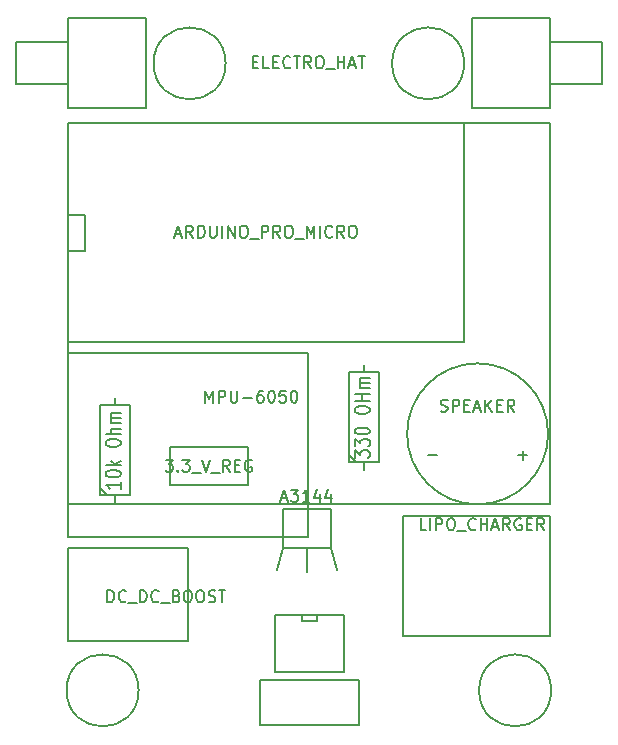
<source format=gto>
G04 (created by PCBNEW (22-Jun-2014 BZR 4027)-stable) date Mon 17 Oct 2016 14:56:04 BST*
%MOIN*%
G04 Gerber Fmt 3.4, Leading zero omitted, Abs format*
%FSLAX34Y34*%
G01*
G70*
G90*
G04 APERTURE LIST*
%ADD10C,0.00590551*%
%ADD11C,0.005*%
%ADD12C,0.006*%
G04 APERTURE END LIST*
G54D10*
G54D11*
X112250Y-33850D02*
X113000Y-33850D01*
X113000Y-33850D02*
X113000Y-30850D01*
X113000Y-30850D02*
X112000Y-30850D01*
X112000Y-30850D02*
X112000Y-33850D01*
X112000Y-33850D02*
X112250Y-33850D01*
X112500Y-34100D02*
X112500Y-33850D01*
X112500Y-30850D02*
X112500Y-30600D01*
X112250Y-33850D02*
X112000Y-33600D01*
G54D10*
X110950Y-25700D02*
X111500Y-25700D01*
X111500Y-25700D02*
X111500Y-24500D01*
X111500Y-24500D02*
X110950Y-24500D01*
X110950Y-21500D02*
X110950Y-21450D01*
X110950Y-21450D02*
X124150Y-21450D01*
X124150Y-21450D02*
X124150Y-28750D01*
X124150Y-28750D02*
X110950Y-28750D01*
X110950Y-28750D02*
X110950Y-21500D01*
X126950Y-31800D02*
G75*
G03X126950Y-31800I-2350J0D01*
G74*
G01*
X114350Y-32250D02*
X116950Y-32250D01*
X116950Y-32250D02*
X116950Y-33500D01*
X116950Y-33500D02*
X114350Y-33500D01*
X114350Y-33500D02*
X114350Y-32250D01*
X110950Y-35600D02*
X114950Y-35600D01*
X114950Y-35600D02*
X114950Y-38700D01*
X114950Y-38700D02*
X110950Y-38700D01*
X110950Y-38700D02*
X110950Y-35600D01*
X122100Y-34550D02*
X127000Y-34550D01*
X127000Y-34550D02*
X127000Y-38550D01*
X127000Y-38550D02*
X122100Y-38550D01*
X122100Y-38550D02*
X122100Y-34550D01*
X127000Y-18750D02*
X128750Y-18750D01*
X128750Y-18750D02*
X128750Y-20150D01*
X128750Y-20150D02*
X127000Y-20150D01*
X124400Y-19450D02*
X124400Y-17950D01*
X124400Y-17950D02*
X127000Y-17950D01*
X127000Y-17950D02*
X127000Y-20950D01*
X127000Y-20950D02*
X124400Y-20950D01*
X124400Y-20950D02*
X124400Y-19450D01*
X110950Y-20150D02*
X109200Y-20150D01*
X109200Y-20150D02*
X109200Y-18750D01*
X109200Y-18750D02*
X110950Y-18750D01*
X113550Y-19450D02*
X113550Y-20950D01*
X113550Y-20950D02*
X110950Y-20950D01*
X110950Y-20950D02*
X110950Y-17950D01*
X110950Y-17950D02*
X113550Y-17950D01*
X113550Y-17950D02*
X113550Y-19450D01*
X117350Y-40000D02*
X120650Y-40000D01*
X120650Y-40000D02*
X120650Y-41500D01*
X120650Y-41500D02*
X117350Y-41500D01*
X117350Y-41500D02*
X117350Y-40000D01*
X118100Y-35600D02*
X117900Y-36350D01*
X119700Y-35600D02*
X119900Y-36350D01*
X118900Y-35600D02*
X118900Y-36400D01*
X118100Y-35600D02*
X118100Y-34300D01*
X118100Y-34300D02*
X119700Y-34300D01*
X119700Y-34300D02*
X119700Y-35600D01*
X118100Y-35600D02*
X119700Y-35600D01*
X124150Y-19450D02*
G75*
G03X124150Y-19450I-1200J0D01*
G74*
G01*
X116200Y-19450D02*
G75*
G03X116200Y-19450I-1200J0D01*
G74*
G01*
X127050Y-40350D02*
G75*
G03X127050Y-40350I-1200J0D01*
G74*
G01*
X113300Y-40350D02*
G75*
G03X113300Y-40350I-1200J0D01*
G74*
G01*
X127000Y-21450D02*
X110950Y-21450D01*
X110950Y-21450D02*
X110950Y-34150D01*
X110950Y-34150D02*
X127000Y-34150D01*
X127000Y-34150D02*
X127000Y-21450D01*
X119250Y-37850D02*
X119250Y-38050D01*
X119250Y-38050D02*
X118750Y-38050D01*
X118750Y-38050D02*
X118750Y-37850D01*
X120150Y-37850D02*
X117850Y-37850D01*
X120150Y-39750D02*
X117850Y-39750D01*
X120150Y-39750D02*
X120150Y-37850D01*
X117850Y-39750D02*
X117850Y-37850D01*
X118950Y-29100D02*
X118950Y-35250D01*
X118950Y-35250D02*
X110950Y-35250D01*
X110950Y-35250D02*
X110950Y-29100D01*
X118950Y-29100D02*
X110950Y-29100D01*
G54D11*
X120550Y-32750D02*
X121300Y-32750D01*
X121300Y-32750D02*
X121300Y-29750D01*
X121300Y-29750D02*
X120300Y-29750D01*
X120300Y-29750D02*
X120300Y-32750D01*
X120300Y-32750D02*
X120550Y-32750D01*
X120800Y-33000D02*
X120800Y-32750D01*
X120800Y-29750D02*
X120800Y-29500D01*
X120550Y-32750D02*
X120300Y-32500D01*
G54D12*
X112702Y-33397D02*
X112702Y-33626D01*
X112702Y-33511D02*
X112202Y-33511D01*
X112273Y-33549D01*
X112321Y-33588D01*
X112345Y-33626D01*
X112202Y-33149D02*
X112202Y-33111D01*
X112226Y-33073D01*
X112250Y-33054D01*
X112297Y-33035D01*
X112392Y-33016D01*
X112511Y-33016D01*
X112607Y-33035D01*
X112654Y-33054D01*
X112678Y-33073D01*
X112702Y-33111D01*
X112702Y-33149D01*
X112678Y-33188D01*
X112654Y-33207D01*
X112607Y-33226D01*
X112511Y-33245D01*
X112392Y-33245D01*
X112297Y-33226D01*
X112250Y-33207D01*
X112226Y-33188D01*
X112202Y-33149D01*
X112702Y-32845D02*
X112202Y-32845D01*
X112511Y-32807D02*
X112702Y-32692D01*
X112369Y-32692D02*
X112559Y-32845D01*
X112202Y-32140D02*
X112202Y-32064D01*
X112226Y-32026D01*
X112273Y-31988D01*
X112369Y-31969D01*
X112535Y-31969D01*
X112630Y-31988D01*
X112678Y-32026D01*
X112702Y-32064D01*
X112702Y-32140D01*
X112678Y-32178D01*
X112630Y-32216D01*
X112535Y-32235D01*
X112369Y-32235D01*
X112273Y-32216D01*
X112226Y-32178D01*
X112202Y-32140D01*
X112702Y-31797D02*
X112202Y-31797D01*
X112702Y-31626D02*
X112440Y-31626D01*
X112392Y-31645D01*
X112369Y-31683D01*
X112369Y-31740D01*
X112392Y-31778D01*
X112416Y-31797D01*
X112702Y-31435D02*
X112369Y-31435D01*
X112416Y-31435D02*
X112392Y-31416D01*
X112369Y-31378D01*
X112369Y-31321D01*
X112392Y-31283D01*
X112440Y-31264D01*
X112702Y-31264D01*
X112440Y-31264D02*
X112392Y-31245D01*
X112369Y-31207D01*
X112369Y-31150D01*
X112392Y-31111D01*
X112440Y-31092D01*
X112702Y-31092D01*
G54D10*
X114531Y-25146D02*
X114719Y-25146D01*
X114494Y-25259D02*
X114625Y-24865D01*
X114756Y-25259D01*
X115112Y-25259D02*
X114981Y-25071D01*
X114887Y-25259D02*
X114887Y-24865D01*
X115037Y-24865D01*
X115075Y-24884D01*
X115094Y-24903D01*
X115112Y-24940D01*
X115112Y-24996D01*
X115094Y-25034D01*
X115075Y-25053D01*
X115037Y-25071D01*
X114887Y-25071D01*
X115281Y-25259D02*
X115281Y-24865D01*
X115375Y-24865D01*
X115431Y-24884D01*
X115469Y-24921D01*
X115487Y-24959D01*
X115506Y-25034D01*
X115506Y-25090D01*
X115487Y-25165D01*
X115469Y-25203D01*
X115431Y-25240D01*
X115375Y-25259D01*
X115281Y-25259D01*
X115675Y-24865D02*
X115675Y-25184D01*
X115693Y-25221D01*
X115712Y-25240D01*
X115750Y-25259D01*
X115825Y-25259D01*
X115862Y-25240D01*
X115881Y-25221D01*
X115900Y-25184D01*
X115900Y-24865D01*
X116087Y-25259D02*
X116087Y-24865D01*
X116275Y-25259D02*
X116275Y-24865D01*
X116500Y-25259D01*
X116500Y-24865D01*
X116762Y-24865D02*
X116837Y-24865D01*
X116875Y-24884D01*
X116912Y-24921D01*
X116931Y-24996D01*
X116931Y-25128D01*
X116912Y-25203D01*
X116875Y-25240D01*
X116837Y-25259D01*
X116762Y-25259D01*
X116725Y-25240D01*
X116687Y-25203D01*
X116668Y-25128D01*
X116668Y-24996D01*
X116687Y-24921D01*
X116725Y-24884D01*
X116762Y-24865D01*
X117006Y-25296D02*
X117306Y-25296D01*
X117400Y-25259D02*
X117400Y-24865D01*
X117550Y-24865D01*
X117587Y-24884D01*
X117606Y-24903D01*
X117624Y-24940D01*
X117624Y-24996D01*
X117606Y-25034D01*
X117587Y-25053D01*
X117550Y-25071D01*
X117400Y-25071D01*
X118018Y-25259D02*
X117887Y-25071D01*
X117793Y-25259D02*
X117793Y-24865D01*
X117943Y-24865D01*
X117981Y-24884D01*
X117999Y-24903D01*
X118018Y-24940D01*
X118018Y-24996D01*
X117999Y-25034D01*
X117981Y-25053D01*
X117943Y-25071D01*
X117793Y-25071D01*
X118262Y-24865D02*
X118337Y-24865D01*
X118374Y-24884D01*
X118412Y-24921D01*
X118431Y-24996D01*
X118431Y-25128D01*
X118412Y-25203D01*
X118374Y-25240D01*
X118337Y-25259D01*
X118262Y-25259D01*
X118224Y-25240D01*
X118187Y-25203D01*
X118168Y-25128D01*
X118168Y-24996D01*
X118187Y-24921D01*
X118224Y-24884D01*
X118262Y-24865D01*
X118506Y-25296D02*
X118806Y-25296D01*
X118899Y-25259D02*
X118899Y-24865D01*
X119031Y-25146D01*
X119162Y-24865D01*
X119162Y-25259D01*
X119349Y-25259D02*
X119349Y-24865D01*
X119762Y-25221D02*
X119743Y-25240D01*
X119687Y-25259D01*
X119649Y-25259D01*
X119593Y-25240D01*
X119555Y-25203D01*
X119537Y-25165D01*
X119518Y-25090D01*
X119518Y-25034D01*
X119537Y-24959D01*
X119555Y-24921D01*
X119593Y-24884D01*
X119649Y-24865D01*
X119687Y-24865D01*
X119743Y-24884D01*
X119762Y-24903D01*
X120155Y-25259D02*
X120024Y-25071D01*
X119930Y-25259D02*
X119930Y-24865D01*
X120080Y-24865D01*
X120118Y-24884D01*
X120137Y-24903D01*
X120155Y-24940D01*
X120155Y-24996D01*
X120137Y-25034D01*
X120118Y-25053D01*
X120080Y-25071D01*
X119930Y-25071D01*
X120399Y-24865D02*
X120474Y-24865D01*
X120512Y-24884D01*
X120549Y-24921D01*
X120568Y-24996D01*
X120568Y-25128D01*
X120549Y-25203D01*
X120512Y-25240D01*
X120474Y-25259D01*
X120399Y-25259D01*
X120362Y-25240D01*
X120324Y-25203D01*
X120305Y-25128D01*
X120305Y-24996D01*
X120324Y-24921D01*
X120362Y-24884D01*
X120399Y-24865D01*
X123372Y-31040D02*
X123428Y-31059D01*
X123522Y-31059D01*
X123559Y-31040D01*
X123578Y-31021D01*
X123597Y-30984D01*
X123597Y-30946D01*
X123578Y-30909D01*
X123559Y-30890D01*
X123522Y-30871D01*
X123447Y-30853D01*
X123409Y-30834D01*
X123390Y-30815D01*
X123372Y-30778D01*
X123372Y-30740D01*
X123390Y-30703D01*
X123409Y-30684D01*
X123447Y-30665D01*
X123540Y-30665D01*
X123597Y-30684D01*
X123765Y-31059D02*
X123765Y-30665D01*
X123915Y-30665D01*
X123953Y-30684D01*
X123971Y-30703D01*
X123990Y-30740D01*
X123990Y-30796D01*
X123971Y-30834D01*
X123953Y-30853D01*
X123915Y-30871D01*
X123765Y-30871D01*
X124159Y-30853D02*
X124290Y-30853D01*
X124346Y-31059D02*
X124159Y-31059D01*
X124159Y-30665D01*
X124346Y-30665D01*
X124496Y-30946D02*
X124684Y-30946D01*
X124459Y-31059D02*
X124590Y-30665D01*
X124721Y-31059D01*
X124853Y-31059D02*
X124853Y-30665D01*
X125078Y-31059D02*
X124909Y-30834D01*
X125078Y-30665D02*
X124853Y-30890D01*
X125246Y-30853D02*
X125378Y-30853D01*
X125434Y-31059D02*
X125246Y-31059D01*
X125246Y-30665D01*
X125434Y-30665D01*
X125827Y-31059D02*
X125696Y-30871D01*
X125602Y-31059D02*
X125602Y-30665D01*
X125752Y-30665D01*
X125790Y-30684D01*
X125809Y-30703D01*
X125827Y-30740D01*
X125827Y-30796D01*
X125809Y-30834D01*
X125790Y-30853D01*
X125752Y-30871D01*
X125602Y-30871D01*
X122950Y-32509D02*
X123249Y-32509D01*
X125950Y-32509D02*
X126249Y-32509D01*
X126100Y-32659D02*
X126100Y-32359D01*
X117103Y-19403D02*
X117234Y-19403D01*
X117290Y-19609D02*
X117103Y-19609D01*
X117103Y-19215D01*
X117290Y-19215D01*
X117647Y-19609D02*
X117459Y-19609D01*
X117459Y-19215D01*
X117778Y-19403D02*
X117909Y-19403D01*
X117965Y-19609D02*
X117778Y-19609D01*
X117778Y-19215D01*
X117965Y-19215D01*
X118359Y-19571D02*
X118340Y-19590D01*
X118284Y-19609D01*
X118246Y-19609D01*
X118190Y-19590D01*
X118153Y-19553D01*
X118134Y-19515D01*
X118115Y-19440D01*
X118115Y-19384D01*
X118134Y-19309D01*
X118153Y-19271D01*
X118190Y-19234D01*
X118246Y-19215D01*
X118284Y-19215D01*
X118340Y-19234D01*
X118359Y-19253D01*
X118471Y-19215D02*
X118696Y-19215D01*
X118584Y-19609D02*
X118584Y-19215D01*
X119053Y-19609D02*
X118921Y-19421D01*
X118828Y-19609D02*
X118828Y-19215D01*
X118978Y-19215D01*
X119015Y-19234D01*
X119034Y-19253D01*
X119053Y-19290D01*
X119053Y-19346D01*
X119034Y-19384D01*
X119015Y-19403D01*
X118978Y-19421D01*
X118828Y-19421D01*
X119296Y-19215D02*
X119371Y-19215D01*
X119409Y-19234D01*
X119446Y-19271D01*
X119465Y-19346D01*
X119465Y-19478D01*
X119446Y-19553D01*
X119409Y-19590D01*
X119371Y-19609D01*
X119296Y-19609D01*
X119259Y-19590D01*
X119221Y-19553D01*
X119203Y-19478D01*
X119203Y-19346D01*
X119221Y-19271D01*
X119259Y-19234D01*
X119296Y-19215D01*
X119540Y-19646D02*
X119840Y-19646D01*
X119934Y-19609D02*
X119934Y-19215D01*
X119934Y-19403D02*
X120159Y-19403D01*
X120159Y-19609D02*
X120159Y-19215D01*
X120327Y-19496D02*
X120515Y-19496D01*
X120290Y-19609D02*
X120421Y-19215D01*
X120552Y-19609D01*
X120627Y-19215D02*
X120852Y-19215D01*
X120740Y-19609D02*
X120740Y-19215D01*
X114197Y-32665D02*
X114440Y-32665D01*
X114309Y-32815D01*
X114365Y-32815D01*
X114403Y-32834D01*
X114422Y-32853D01*
X114440Y-32890D01*
X114440Y-32984D01*
X114422Y-33021D01*
X114403Y-33040D01*
X114365Y-33059D01*
X114253Y-33059D01*
X114215Y-33040D01*
X114197Y-33021D01*
X114609Y-33021D02*
X114628Y-33040D01*
X114609Y-33059D01*
X114590Y-33040D01*
X114609Y-33021D01*
X114609Y-33059D01*
X114759Y-32665D02*
X115003Y-32665D01*
X114871Y-32815D01*
X114928Y-32815D01*
X114965Y-32834D01*
X114984Y-32853D01*
X115003Y-32890D01*
X115003Y-32984D01*
X114984Y-33021D01*
X114965Y-33040D01*
X114928Y-33059D01*
X114815Y-33059D01*
X114778Y-33040D01*
X114759Y-33021D01*
X115078Y-33096D02*
X115378Y-33096D01*
X115415Y-32665D02*
X115546Y-33059D01*
X115678Y-32665D01*
X115715Y-33096D02*
X116015Y-33096D01*
X116334Y-33059D02*
X116203Y-32871D01*
X116109Y-33059D02*
X116109Y-32665D01*
X116259Y-32665D01*
X116296Y-32684D01*
X116315Y-32703D01*
X116334Y-32740D01*
X116334Y-32796D01*
X116315Y-32834D01*
X116296Y-32853D01*
X116259Y-32871D01*
X116109Y-32871D01*
X116503Y-32853D02*
X116634Y-32853D01*
X116690Y-33059D02*
X116503Y-33059D01*
X116503Y-32665D01*
X116690Y-32665D01*
X117065Y-32684D02*
X117027Y-32665D01*
X116971Y-32665D01*
X116915Y-32684D01*
X116877Y-32721D01*
X116859Y-32759D01*
X116840Y-32834D01*
X116840Y-32890D01*
X116859Y-32965D01*
X116877Y-33003D01*
X116915Y-33040D01*
X116971Y-33059D01*
X117009Y-33059D01*
X117065Y-33040D01*
X117084Y-33021D01*
X117084Y-32890D01*
X117009Y-32890D01*
X112259Y-37409D02*
X112259Y-37015D01*
X112353Y-37015D01*
X112409Y-37034D01*
X112447Y-37071D01*
X112465Y-37109D01*
X112484Y-37184D01*
X112484Y-37240D01*
X112465Y-37315D01*
X112447Y-37353D01*
X112409Y-37390D01*
X112353Y-37409D01*
X112259Y-37409D01*
X112878Y-37371D02*
X112859Y-37390D01*
X112803Y-37409D01*
X112765Y-37409D01*
X112709Y-37390D01*
X112672Y-37353D01*
X112653Y-37315D01*
X112634Y-37240D01*
X112634Y-37184D01*
X112653Y-37109D01*
X112672Y-37071D01*
X112709Y-37034D01*
X112765Y-37015D01*
X112803Y-37015D01*
X112859Y-37034D01*
X112878Y-37053D01*
X112953Y-37446D02*
X113253Y-37446D01*
X113346Y-37409D02*
X113346Y-37015D01*
X113440Y-37015D01*
X113496Y-37034D01*
X113534Y-37071D01*
X113553Y-37109D01*
X113571Y-37184D01*
X113571Y-37240D01*
X113553Y-37315D01*
X113534Y-37353D01*
X113496Y-37390D01*
X113440Y-37409D01*
X113346Y-37409D01*
X113965Y-37371D02*
X113946Y-37390D01*
X113890Y-37409D01*
X113853Y-37409D01*
X113796Y-37390D01*
X113759Y-37353D01*
X113740Y-37315D01*
X113721Y-37240D01*
X113721Y-37184D01*
X113740Y-37109D01*
X113759Y-37071D01*
X113796Y-37034D01*
X113853Y-37015D01*
X113890Y-37015D01*
X113946Y-37034D01*
X113965Y-37053D01*
X114040Y-37446D02*
X114340Y-37446D01*
X114565Y-37203D02*
X114621Y-37221D01*
X114640Y-37240D01*
X114659Y-37278D01*
X114659Y-37334D01*
X114640Y-37371D01*
X114621Y-37390D01*
X114584Y-37409D01*
X114434Y-37409D01*
X114434Y-37015D01*
X114565Y-37015D01*
X114603Y-37034D01*
X114621Y-37053D01*
X114640Y-37090D01*
X114640Y-37128D01*
X114621Y-37165D01*
X114603Y-37184D01*
X114565Y-37203D01*
X114434Y-37203D01*
X114903Y-37015D02*
X114978Y-37015D01*
X115015Y-37034D01*
X115053Y-37071D01*
X115071Y-37146D01*
X115071Y-37278D01*
X115053Y-37353D01*
X115015Y-37390D01*
X114978Y-37409D01*
X114903Y-37409D01*
X114865Y-37390D01*
X114828Y-37353D01*
X114809Y-37278D01*
X114809Y-37146D01*
X114828Y-37071D01*
X114865Y-37034D01*
X114903Y-37015D01*
X115315Y-37015D02*
X115390Y-37015D01*
X115427Y-37034D01*
X115465Y-37071D01*
X115484Y-37146D01*
X115484Y-37278D01*
X115465Y-37353D01*
X115427Y-37390D01*
X115390Y-37409D01*
X115315Y-37409D01*
X115277Y-37390D01*
X115240Y-37353D01*
X115221Y-37278D01*
X115221Y-37146D01*
X115240Y-37071D01*
X115277Y-37034D01*
X115315Y-37015D01*
X115634Y-37390D02*
X115690Y-37409D01*
X115784Y-37409D01*
X115821Y-37390D01*
X115840Y-37371D01*
X115859Y-37334D01*
X115859Y-37296D01*
X115840Y-37259D01*
X115821Y-37240D01*
X115784Y-37221D01*
X115709Y-37203D01*
X115671Y-37184D01*
X115652Y-37165D01*
X115634Y-37128D01*
X115634Y-37090D01*
X115652Y-37053D01*
X115671Y-37034D01*
X115709Y-37015D01*
X115802Y-37015D01*
X115859Y-37034D01*
X115971Y-37015D02*
X116196Y-37015D01*
X116084Y-37409D02*
X116084Y-37015D01*
X122884Y-35009D02*
X122697Y-35009D01*
X122697Y-34615D01*
X123015Y-35009D02*
X123015Y-34615D01*
X123203Y-35009D02*
X123203Y-34615D01*
X123353Y-34615D01*
X123390Y-34634D01*
X123409Y-34653D01*
X123428Y-34690D01*
X123428Y-34746D01*
X123409Y-34784D01*
X123390Y-34803D01*
X123353Y-34821D01*
X123203Y-34821D01*
X123672Y-34615D02*
X123747Y-34615D01*
X123784Y-34634D01*
X123821Y-34671D01*
X123840Y-34746D01*
X123840Y-34878D01*
X123821Y-34953D01*
X123784Y-34990D01*
X123747Y-35009D01*
X123672Y-35009D01*
X123634Y-34990D01*
X123597Y-34953D01*
X123578Y-34878D01*
X123578Y-34746D01*
X123597Y-34671D01*
X123634Y-34634D01*
X123672Y-34615D01*
X123915Y-35046D02*
X124215Y-35046D01*
X124534Y-34971D02*
X124515Y-34990D01*
X124459Y-35009D01*
X124421Y-35009D01*
X124365Y-34990D01*
X124328Y-34953D01*
X124309Y-34915D01*
X124290Y-34840D01*
X124290Y-34784D01*
X124309Y-34709D01*
X124328Y-34671D01*
X124365Y-34634D01*
X124421Y-34615D01*
X124459Y-34615D01*
X124515Y-34634D01*
X124534Y-34653D01*
X124703Y-35009D02*
X124703Y-34615D01*
X124703Y-34803D02*
X124928Y-34803D01*
X124928Y-35009D02*
X124928Y-34615D01*
X125096Y-34896D02*
X125284Y-34896D01*
X125059Y-35009D02*
X125190Y-34615D01*
X125321Y-35009D01*
X125678Y-35009D02*
X125546Y-34821D01*
X125453Y-35009D02*
X125453Y-34615D01*
X125603Y-34615D01*
X125640Y-34634D01*
X125659Y-34653D01*
X125678Y-34690D01*
X125678Y-34746D01*
X125659Y-34784D01*
X125640Y-34803D01*
X125603Y-34821D01*
X125453Y-34821D01*
X126052Y-34634D02*
X126015Y-34615D01*
X125959Y-34615D01*
X125902Y-34634D01*
X125865Y-34671D01*
X125846Y-34709D01*
X125827Y-34784D01*
X125827Y-34840D01*
X125846Y-34915D01*
X125865Y-34953D01*
X125902Y-34990D01*
X125959Y-35009D01*
X125996Y-35009D01*
X126052Y-34990D01*
X126071Y-34971D01*
X126071Y-34840D01*
X125996Y-34840D01*
X126240Y-34803D02*
X126371Y-34803D01*
X126427Y-35009D02*
X126240Y-35009D01*
X126240Y-34615D01*
X126427Y-34615D01*
X126821Y-35009D02*
X126690Y-34821D01*
X126596Y-35009D02*
X126596Y-34615D01*
X126746Y-34615D01*
X126784Y-34634D01*
X126802Y-34653D01*
X126821Y-34690D01*
X126821Y-34746D01*
X126802Y-34784D01*
X126784Y-34803D01*
X126746Y-34821D01*
X126596Y-34821D01*
X118056Y-33946D02*
X118243Y-33946D01*
X118018Y-34059D02*
X118150Y-33665D01*
X118281Y-34059D01*
X118375Y-33665D02*
X118618Y-33665D01*
X118487Y-33815D01*
X118543Y-33815D01*
X118581Y-33834D01*
X118600Y-33853D01*
X118618Y-33890D01*
X118618Y-33984D01*
X118600Y-34021D01*
X118581Y-34040D01*
X118543Y-34059D01*
X118431Y-34059D01*
X118393Y-34040D01*
X118375Y-34021D01*
X118993Y-34059D02*
X118768Y-34059D01*
X118881Y-34059D02*
X118881Y-33665D01*
X118843Y-33721D01*
X118806Y-33759D01*
X118768Y-33778D01*
X119331Y-33796D02*
X119331Y-34059D01*
X119237Y-33646D02*
X119143Y-33928D01*
X119387Y-33928D01*
X119706Y-33796D02*
X119706Y-34059D01*
X119612Y-33646D02*
X119518Y-33928D01*
X119762Y-33928D01*
X115522Y-30759D02*
X115522Y-30365D01*
X115653Y-30646D01*
X115784Y-30365D01*
X115784Y-30759D01*
X115972Y-30759D02*
X115972Y-30365D01*
X116121Y-30365D01*
X116159Y-30384D01*
X116178Y-30403D01*
X116196Y-30440D01*
X116196Y-30496D01*
X116178Y-30534D01*
X116159Y-30553D01*
X116121Y-30571D01*
X115972Y-30571D01*
X116365Y-30365D02*
X116365Y-30684D01*
X116384Y-30721D01*
X116403Y-30740D01*
X116440Y-30759D01*
X116515Y-30759D01*
X116553Y-30740D01*
X116571Y-30721D01*
X116590Y-30684D01*
X116590Y-30365D01*
X116778Y-30609D02*
X117078Y-30609D01*
X117434Y-30365D02*
X117359Y-30365D01*
X117321Y-30384D01*
X117303Y-30403D01*
X117265Y-30459D01*
X117246Y-30534D01*
X117246Y-30684D01*
X117265Y-30721D01*
X117284Y-30740D01*
X117321Y-30759D01*
X117396Y-30759D01*
X117434Y-30740D01*
X117453Y-30721D01*
X117471Y-30684D01*
X117471Y-30590D01*
X117453Y-30553D01*
X117434Y-30534D01*
X117396Y-30515D01*
X117321Y-30515D01*
X117284Y-30534D01*
X117265Y-30553D01*
X117246Y-30590D01*
X117715Y-30365D02*
X117753Y-30365D01*
X117790Y-30384D01*
X117809Y-30403D01*
X117828Y-30440D01*
X117846Y-30515D01*
X117846Y-30609D01*
X117828Y-30684D01*
X117809Y-30721D01*
X117790Y-30740D01*
X117753Y-30759D01*
X117715Y-30759D01*
X117678Y-30740D01*
X117659Y-30721D01*
X117640Y-30684D01*
X117621Y-30609D01*
X117621Y-30515D01*
X117640Y-30440D01*
X117659Y-30403D01*
X117678Y-30384D01*
X117715Y-30365D01*
X118202Y-30365D02*
X118015Y-30365D01*
X117996Y-30553D01*
X118015Y-30534D01*
X118052Y-30515D01*
X118146Y-30515D01*
X118184Y-30534D01*
X118202Y-30553D01*
X118221Y-30590D01*
X118221Y-30684D01*
X118202Y-30721D01*
X118184Y-30740D01*
X118146Y-30759D01*
X118052Y-30759D01*
X118015Y-30740D01*
X117996Y-30721D01*
X118465Y-30365D02*
X118502Y-30365D01*
X118540Y-30384D01*
X118559Y-30403D01*
X118577Y-30440D01*
X118596Y-30515D01*
X118596Y-30609D01*
X118577Y-30684D01*
X118559Y-30721D01*
X118540Y-30740D01*
X118502Y-30759D01*
X118465Y-30759D01*
X118427Y-30740D01*
X118409Y-30721D01*
X118390Y-30684D01*
X118371Y-30609D01*
X118371Y-30515D01*
X118390Y-30440D01*
X118409Y-30403D01*
X118427Y-30384D01*
X118465Y-30365D01*
G54D12*
X120502Y-32602D02*
X120502Y-32354D01*
X120692Y-32488D01*
X120692Y-32430D01*
X120716Y-32392D01*
X120740Y-32373D01*
X120788Y-32354D01*
X120907Y-32354D01*
X120954Y-32373D01*
X120978Y-32392D01*
X121002Y-32430D01*
X121002Y-32545D01*
X120978Y-32583D01*
X120954Y-32602D01*
X120502Y-32221D02*
X120502Y-31973D01*
X120692Y-32107D01*
X120692Y-32050D01*
X120716Y-32011D01*
X120740Y-31992D01*
X120788Y-31973D01*
X120907Y-31973D01*
X120954Y-31992D01*
X120978Y-32011D01*
X121002Y-32050D01*
X121002Y-32164D01*
X120978Y-32202D01*
X120954Y-32221D01*
X120502Y-31726D02*
X120502Y-31688D01*
X120526Y-31650D01*
X120550Y-31630D01*
X120597Y-31611D01*
X120692Y-31592D01*
X120811Y-31592D01*
X120907Y-31611D01*
X120954Y-31630D01*
X120978Y-31650D01*
X121002Y-31688D01*
X121002Y-31726D01*
X120978Y-31764D01*
X120954Y-31783D01*
X120907Y-31802D01*
X120811Y-31821D01*
X120692Y-31821D01*
X120597Y-31802D01*
X120550Y-31783D01*
X120526Y-31764D01*
X120502Y-31726D01*
X120502Y-31040D02*
X120502Y-30964D01*
X120526Y-30926D01*
X120573Y-30888D01*
X120669Y-30869D01*
X120835Y-30869D01*
X120930Y-30888D01*
X120978Y-30926D01*
X121002Y-30964D01*
X121002Y-31040D01*
X120978Y-31078D01*
X120930Y-31116D01*
X120835Y-31135D01*
X120669Y-31135D01*
X120573Y-31116D01*
X120526Y-31078D01*
X120502Y-31040D01*
X121002Y-30697D02*
X120502Y-30697D01*
X120740Y-30697D02*
X120740Y-30469D01*
X121002Y-30469D02*
X120502Y-30469D01*
X121002Y-30278D02*
X120669Y-30278D01*
X120716Y-30278D02*
X120692Y-30259D01*
X120669Y-30221D01*
X120669Y-30164D01*
X120692Y-30126D01*
X120740Y-30107D01*
X121002Y-30107D01*
X120740Y-30107D02*
X120692Y-30088D01*
X120669Y-30050D01*
X120669Y-29992D01*
X120692Y-29954D01*
X120740Y-29935D01*
X121002Y-29935D01*
M02*

</source>
